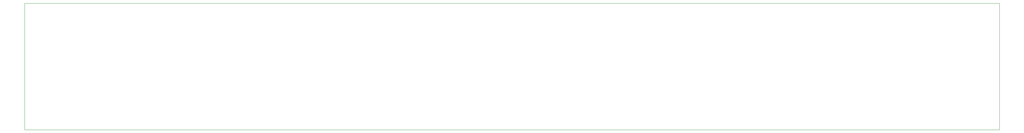
<source format=gbr>
%TF.GenerationSoftware,Altium Limited,Altium Designer,24.9.1 (31)*%
G04 Layer_Color=0*
%FSLAX45Y45*%
%MOMM*%
%TF.SameCoordinates,261FE19A-EF30-4485-92B3-4F91B7BE389E*%
%TF.FilePolarity,Positive*%
%TF.FileFunction,Profile,NP*%
%TF.Part,Single*%
G01*
G75*
%TA.AperFunction,Profile*%
%ADD57C,0.02540*%
D57*
X50798Y50800D02*
X50802Y3675895D01*
X27939474D01*
X27939484Y50800D01*
X50798D01*
%TF.MD5,641cf66cb83f937f963a61b9b01865fb*%
M02*

</source>
